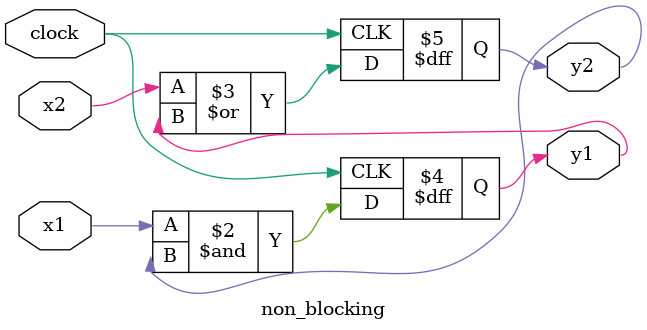
<source format=v>
/*
 * non_blocking.v
 *
 * by Kris Breen
 * EE 552 lab 6
 * February 6, 2003
 *
 */

module non_blocking(clock, x1, x2, y1, y2);
input clock, x1, x2;
output y1, y2;
reg y1, y2;

always @(posedge clock)
begin
  y1 <= x1 & y2;  // & is bitwise and
  y2 <= x2 | y1;  // | is bitwise or
end

endmodule


</source>
